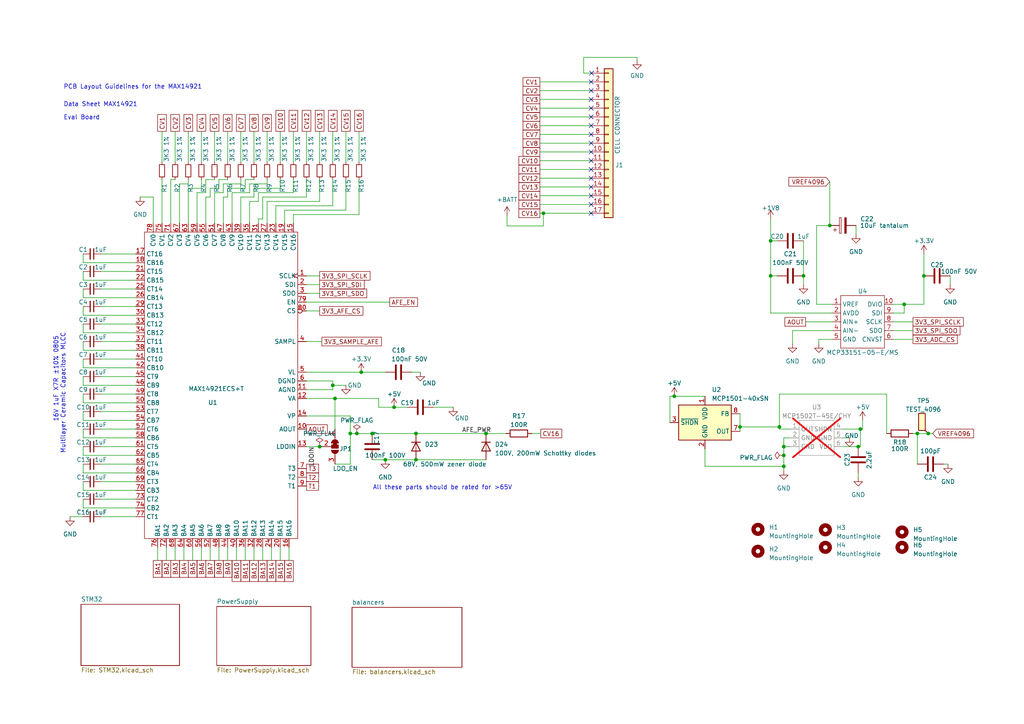
<source format=kicad_sch>
(kicad_sch (version 20230121) (generator eeschema)
  (paper "A4")
  (lib_symbols
    (symbol "Connector:TestPoint_Flag" (pin_numbers hide) (pin_names (offset 0.762) hide)
      (property "Reference" "TP" (at 3.429 1.778 0))
      (property "Value" "TestPoint_Flag" (at 3.302 4.191 0))
      (symbol "TestPoint_Flag_1_1"
        (pin passive line (at 0 0 90) (length 0) (name "1") (number "1"))
      )
    )
    (symbol "Connector_Generic:Conn_01x17" (pin_names (offset 1.016) hide)
      (property "Reference" "J" (at 0 22.86 0))
      (property "Value" "Conn_01x17" (at 0 -22.86 0))
      (symbol "Conn_01x17_1_1"
        (pin passive line (at -5.08 20.32 0) (length 3.81) (name "Pin_1") (number "1"))
        (pin passive line (at -5.08 -2.54 0) (length 3.81) (name "Pin_10") (number "10"))
        (pin passive line (at -5.08 -5.08 0) (length 3.81) (name "Pin_11") (number "11"))
        (pin passive line (at -5.08 -7.62 0) (length 3.81) (name "Pin_12") (number "12"))
        (pin passive line (at -5.08 -10.16 0) (length 3.81) (name "Pin_13") (number "13"))
        (pin passive line (at -5.08 -12.7 0) (length 3.81) (name "Pin_14") (number "14"))
        (pin passive line (at -5.08 -15.24 0) (length 3.81) (name "Pin_15") (number "15"))
        (pin passive line (at -5.08 -17.78 0) (length 3.81) (name "Pin_16") (number "16"))
        (pin passive line (at -5.08 -20.32 0) (length 3.81) (name "Pin_17") (number "17"))
        (pin passive line (at -5.08 17.78 0) (length 3.81) (name "Pin_2") (number "2"))
        (pin passive line (at -5.08 15.24 0) (length 3.81) (name "Pin_3") (number "3"))
        (pin passive line (at -5.08 12.7 0) (length 3.81) (name "Pin_4") (number "4"))
        (pin passive line (at -5.08 10.16 0) (length 3.81) (name "Pin_5") (number "5"))
        (pin passive line (at -5.08 7.62 0) (length 3.81) (name "Pin_6") (number "6"))
        (pin passive line (at -5.08 5.08 0) (length 3.81) (name "Pin_7") (number "7"))
        (pin passive line (at -5.08 2.54 0) (length 3.81) (name "Pin_8") (number "8"))
        (pin passive line (at -5.08 0 0) (length 3.81) (name "Pin_9") (number "9"))
      )
    )
    (symbol "Device:C" (pin_numbers hide) (pin_names (offset 0.254))
      (property "Reference" "C" (at 0.635 2.54 0))
      (property "Value" "C" (at 0.635 -2.54 0))
      (symbol "C_1_1"
        (pin passive line (at 0 3.81 270) (length 2.794) (name "~") (number "1"))
        (pin passive line (at 0 -3.81 90) (length 2.794) (name "~") (number "2"))
      )
    )
    (symbol "Device:C_Polarized" (pin_numbers hide) (pin_names (offset 0.254))
      (property "Reference" "C" (at 0.635 2.54 0))
      (property "Value" "C_Polarized" (at 0.635 -2.54 0))
      (symbol "C_Polarized_1_1"
        (pin passive line (at 0 3.81 270) (length 2.794) (name "~") (number "1"))
        (pin passive line (at 0 -3.81 90) (length 2.794) (name "~") (number "2"))
      )
    )
    (symbol "Device:C_Small" (pin_numbers hide) (pin_names (offset 0.254) hide)
      (property "Reference" "C" (at 0.254 1.778 0))
      (property "Value" "C_Small" (at 0.254 -2.032 0))
      (symbol "C_Small_1_1"
        (pin passive line (at 0 2.54 270) (length 2.032) (name "~") (number "1"))
        (pin passive line (at 0 -2.54 90) (length 2.032) (name "~") (number "2"))
      )
    )
    (symbol "Device:D" (pin_numbers hide) (pin_names (offset 1.016) hide)
      (property "Reference" "D" (at 0 2.54 0))
      (property "Value" "D" (at 0 -2.54 0))
      (symbol "D_1_1"
        (pin passive line (at -3.81 0 0) (length 2.54) (name "K") (number "1"))
        (pin passive line (at 3.81 0 180) (length 2.54) (name "A") (number "2"))
      )
    )
    (symbol "Device:R" (pin_numbers hide) (pin_names (offset 0))
      (property "Reference" "R" (at 2.032 0 90))
      (property "Value" "R" (at 0 0 90))
      (symbol "R_1_1"
        (pin passive line (at 0 3.81 270) (length 1.27) (name "~") (number "1"))
        (pin passive line (at 0 -3.81 90) (length 1.27) (name "~") (number "2"))
      )
    )
    (symbol "Device:R_Small" (pin_numbers hide) (pin_names (offset 0.254) hide)
      (property "Reference" "R" (at 0.762 0.508 0))
      (property "Value" "R_Small" (at 0.762 -1.016 0))
      (symbol "R_Small_1_1"
        (pin passive line (at 0 2.54 270) (length 0.762) (name "~") (number "1"))
        (pin passive line (at 0 -2.54 90) (length 0.762) (name "~") (number "2"))
      )
    )
    (symbol "Jumper:SolderJumper_3_Bridged12" (pin_names (offset 0) hide)
      (property "Reference" "JP" (at -2.54 -2.54 0))
      (property "Value" "SolderJumper_3_Bridged12" (at 0 2.794 0))
      (symbol "SolderJumper_3_Bridged12_1_1"
        (pin passive line (at -5.08 0 0) (length 2.54) (name "A") (number "1"))
        (pin passive line (at 0 -3.81 90) (length 2.54) (name "C") (number "2"))
        (pin passive line (at 5.08 0 180) (length 2.54) (name "B") (number "3"))
      )
    )
    (symbol "Mechanical:MountingHole" (pin_names (offset 1.016))
      (property "Reference" "H" (at 0 5.08 0))
      (property "Value" "MountingHole" (at 0 3.175 0))
    )
    (symbol "Reference_Voltage:MCP1501-40xSN"
      (property "Reference" "U" (at -5.08 6.35 0))
      (property "Value" "MCP1501-40xSN" (at 11.43 6.35 0))
      (symbol "MCP1501-40xSN_0_0"
        (pin power_in line (at 0 7.62 270) (length 2.54) (name "VDD") (number "1"))
        (pin power_in line (at 0 -7.62 90) (length 2.54) (name "GND") (number "2"))
        (pin input line (at -10.16 0 0) (length 2.54) (name "~{SHDN}") (number "3"))
        (pin passive line (at 0 -7.62 90) (length 2.54) hide (name "GND") (number "4"))
        (pin passive line (at 0 -7.62 90) (length 2.54) hide (name "GND") (number "5"))
        (pin passive line (at 0 -7.62 90) (length 2.54) hide (name "GND") (number "6"))
        (pin power_out line (at 10.16 -2.54 180) (length 2.54) (name "OUT") (number "7"))
        (pin input line (at 10.16 2.54 180) (length 2.54) (name "FB") (number "8"))
      )
    )
    (symbol "maxim_integrated:MAX14921"
      (property "Reference" "U" (at -2.54 6.35 0))
      (property "Value" "MAX14921" (at 1.27 10.16 0))
      (symbol "MAX14921_0_0"
        (pin input clock (at 26.67 31.75 180) (length 2.54) (name "SCLK") (number "1"))
        (pin passive line (at 26.67 -12.7 180) (length 2.54) (name "AOUT") (number "10"))
        (pin power_in line (at 26.67 -1.27 180) (length 2.54) (name "AGND") (number "11"))
        (pin power_in line (at 26.67 -3.81 180) (length 2.54) (name "VA") (number "12"))
        (pin power_in line (at 26.67 -17.78 180) (length 2.54) (name "LDOIN") (number "13"))
        (pin power_in line (at 26.67 -8.89 180) (length 2.54) (name "VP") (number "14"))
        (pin passive line (at 22.86 46.99 270) (length 2.54) (name "CV16") (number "15"))
        (pin passive line (at 21.59 -46.99 90) (length 2.54) (name "BA16") (number "16"))
        (pin passive line (at -22.86 38.1 0) (length 2.54) (name "CT16") (number "17"))
        (pin passive line (at -22.86 35.56 0) (length 2.54) (name "CB16") (number "18"))
        (pin passive line (at 20.32 46.99 270) (length 2.54) (name "CV15") (number "19"))
        (pin input line (at 26.67 29.21 180) (length 2.54) (name "SDI") (number "2"))
        (pin passive line (at 19.05 -46.99 90) (length 2.54) (name "BA15") (number "20"))
        (pin passive line (at -22.86 33.02 0) (length 2.54) (name "CT15") (number "21"))
        (pin passive line (at -22.86 30.48 0) (length 2.54) (name "CB15") (number "22"))
        (pin passive line (at 17.78 46.99 270) (length 2.54) (name "CV14") (number "23"))
        (pin passive line (at 16.51 -46.99 90) (length 2.54) (name "BA14") (number "24"))
        (pin passive line (at -22.86 27.94 0) (length 2.54) (name "CT14") (number "25"))
        (pin passive line (at -22.86 25.4 0) (length 2.54) (name "CB14") (number "26"))
        (pin passive line (at 15.24 46.99 270) (length 2.54) (name "CV13") (number "27"))
        (pin passive line (at 13.97 -46.99 90) (length 2.54) (name "BA13") (number "28"))
        (pin passive line (at -22.86 22.86 0) (length 2.54) (name "CT13") (number "29"))
        (pin output line (at 26.67 26.67 180) (length 2.54) (name "SDO") (number "3"))
        (pin passive line (at -22.86 20.32 0) (length 2.54) (name "CB13") (number "30"))
        (pin passive line (at 12.7 46.99 270) (length 2.54) (name "CV12") (number "31"))
        (pin passive line (at 11.43 -46.99 90) (length 2.54) (name "BA12") (number "32"))
        (pin passive line (at -22.86 17.78 0) (length 2.54) (name "CT12") (number "33"))
        (pin passive line (at -22.86 15.24 0) (length 2.54) (name "CB12") (number "34"))
        (pin passive line (at 10.16 46.99 270) (length 2.54) (name "CV11") (number "35"))
        (pin passive line (at 8.89 -46.99 90) (length 2.54) (name "BA11") (number "36"))
        (pin passive line (at -22.86 12.7 0) (length 2.54) (name "CT11") (number "37"))
        (pin passive line (at -22.86 10.16 0) (length 2.54) (name "CB11") (number "38"))
        (pin passive line (at 7.62 46.99 270) (length 2.54) (name "CV10") (number "39"))
        (pin input line (at 26.67 12.7 180) (length 2.54) (name "SAMPL") (number "4"))
        (pin passive line (at 6.35 -46.99 90) (length 2.54) (name "BA10") (number "40"))
        (pin passive line (at -22.86 7.62 0) (length 2.54) (name "CT10") (number "41"))
        (pin passive line (at -22.86 5.08 0) (length 2.54) (name "CB10") (number "42"))
        (pin passive line (at 5.08 46.99 270) (length 2.54) (name "CV9") (number "43"))
        (pin passive line (at 3.81 -46.99 90) (length 2.54) (name "BA9") (number "44"))
        (pin passive line (at -22.86 2.54 0) (length 2.54) (name "CT9") (number "45"))
        (pin passive line (at -22.86 0 0) (length 2.54) (name "CB9") (number "46"))
        (pin passive line (at 2.54 46.99 270) (length 2.54) (name "CV8") (number "47"))
        (pin passive line (at 1.27 -46.99 90) (length 2.54) (name "BA8") (number "48"))
        (pin passive line (at -22.86 -2.54 0) (length 2.54) (name "CT8") (number "49"))
        (pin power_in line (at 26.67 3.81 180) (length 2.54) (name "VL") (number "5"))
        (pin passive line (at -22.86 -5.08 0) (length 2.54) (name "CB8") (number "50"))
        (pin passive line (at 0 46.99 270) (length 2.54) (name "CV7") (number "51"))
        (pin passive line (at -1.27 -46.99 90) (length 2.54) (name "BA7") (number "52"))
        (pin passive line (at -22.86 -7.62 0) (length 2.54) (name "CT7") (number "53"))
        (pin passive line (at -22.86 -10.16 0) (length 2.54) (name "CB7") (number "54"))
        (pin passive line (at -2.54 46.99 270) (length 2.54) (name "CV6") (number "55"))
        (pin passive line (at -3.81 -46.99 90) (length 2.54) (name "BA6") (number "56"))
        (pin passive line (at -22.86 -12.7 0) (length 2.54) (name "CT6") (number "57"))
        (pin passive line (at -22.86 -15.24 0) (length 2.54) (name "CB6") (number "58"))
        (pin passive line (at -5.08 46.99 270) (length 2.54) (name "CV5") (number "59"))
        (pin power_in line (at 26.67 1.27 180) (length 2.54) (name "DGND") (number "6"))
        (pin passive line (at -6.35 -46.99 90) (length 2.54) (name "BA5") (number "60"))
        (pin passive line (at -22.86 -17.78 0) (length 2.54) (name "CT5") (number "61"))
        (pin passive line (at -22.86 -20.32 0) (length 2.54) (name "CB5") (number "62"))
        (pin passive line (at -7.62 46.99 270) (length 2.54) (name "CV4") (number "63"))
        (pin passive line (at -8.89 -46.99 90) (length 2.54) (name "BA4") (number "64"))
        (pin passive line (at -22.86 -22.86 0) (length 2.54) (name "CT4") (number "65"))
        (pin passive line (at -22.86 -25.4 0) (length 2.54) (name "CB4") (number "66"))
        (pin passive line (at -10.16 46.99 270) (length 2.54) (name "CV3") (number "67"))
        (pin passive line (at -11.43 -46.99 90) (length 2.54) (name "BA3") (number "68"))
        (pin passive line (at -22.86 -27.94 0) (length 2.54) (name "CT3") (number "69"))
        (pin passive line (at 26.67 -24.13 180) (length 2.54) (name "T3") (number "7"))
        (pin passive line (at -22.86 -30.48 0) (length 2.54) (name "CB3") (number "70"))
        (pin passive line (at -12.7 46.99 270) (length 2.54) (name "CV2") (number "71"))
        (pin passive line (at -13.97 -46.99 90) (length 2.54) (name "BA2") (number "72"))
        (pin passive line (at -22.86 -33.02 0) (length 2.54) (name "CT2") (number "73"))
        (pin passive line (at -22.86 -35.56 0) (length 2.54) (name "CB2") (number "74"))
        (pin passive line (at -15.24 46.99 270) (length 2.54) (name "CV1") (number "75"))
        (pin passive line (at -16.51 -46.99 90) (length 2.54) (name "BA1") (number "76"))
        (pin passive line (at -22.86 -38.1 0) (length 2.54) (name "CT1") (number "77"))
        (pin passive line (at -17.78 46.99 270) (length 2.54) (name "CV0") (number "78"))
        (pin input line (at 26.67 24.13 180) (length 2.54) (name "EN") (number "79"))
        (pin passive line (at 26.67 -26.67 180) (length 2.54) (name "T2") (number "8"))
        (pin input inverted (at 26.67 21.59 180) (length 2.54) (name "CS") (number "80"))
        (pin passive line (at 26.67 -29.21 180) (length 2.54) (name "T1") (number "9"))
      )
    )
    (symbol "mcp1502t-45e:MCP1502T-45E"
      (property "Reference" "U" (at 0 6.35 0))
      (property "Value" "MCP1502T-45E/CHY" (at -1.27 2.54 0))
      (symbol "MCP1502T-45E_0_0"
        (pin power_out line (at -7.62 2.54 0) (length 2.54) (name "OUT") (number "1"))
        (pin power_in line (at -7.62 0 0) (length 2.54) (name "GND") (number "2"))
        (pin power_in line (at -7.62 -2.54 0) (length 2.54) (name "GND") (number "3"))
        (pin input line (at 7.62 2.54 180) (length 2.54) (name "SHDN") (number "4"))
        (pin power_in line (at 7.62 0 180) (length 2.54) (name "GND") (number "5"))
        (pin power_in line (at 7.62 -2.54 180) (length 2.54) (name "VDD") (number "6"))
      )
    )
    (symbol "mcp33151:MCP33151-05-E/MS"
      (property "Reference" "U" (at 0 8.89 0))
      (property "Value" " MCP33151-05T-E/MS" (at 0 -8.89 0))
      (symbol "MCP33151-05-E/MS_0_0"
        (pin passive line (at -8.89 5.08 0) (length 2.54) (name "VREF") (number "1"))
        (pin power_in line (at 8.89 5.08 180) (length 2.54) (name "DVIO") (number "10"))
        (pin power_in line (at -8.89 2.54 0) (length 2.54) (name "AVDD") (number "2"))
        (pin passive line (at -8.89 0 0) (length 2.54) (name "AIN+") (number "3"))
        (pin passive line (at -8.89 -2.54 0) (length 2.54) (name "AIN-") (number "4"))
        (pin passive line (at -8.89 -5.08 0) (length 2.54) (name "GND") (number "5"))
        (pin passive line (at 8.89 -5.08 180) (length 2.54) (name "CNVST") (number "6"))
        (pin passive line (at 8.89 -2.54 180) (length 2.54) (name "SDO") (number "7"))
        (pin passive line (at 8.89 0 180) (length 2.54) (name "SCLK") (number "8"))
        (pin passive line (at 8.89 2.54 180) (length 2.54) (name "SDI") (number "9"))
      )
    )
    (symbol "power:+1V8" (power) (pin_names (offset 0))
      (property "Value" "+1V8" (at 0 3.556 0))
      (symbol "+1V8_1_1"
        (pin power_in line (at 0 0 90) (length 0) hide (name "+1V8") (number "1"))
      )
    )
    (symbol "power:+3.3V" (power) (pin_names (offset 0))
      (property "Value" "+3.3V" (at 0 3.556 0))
      (symbol "+3.3V_1_1"
        (pin power_in line (at 0 0 90) (length 0) hide (name "+3.3V") (number "1"))
      )
    )
    (symbol "power:+5V" (power) (pin_names (offset 0))
      (property "Value" "+5V" (at 0 3.556 0))
      (symbol "+5V_1_1"
        (pin power_in line (at 0 0 90) (length 0) hide (name "+5V") (number "1"))
      )
    )
    (symbol "power:+BATT" (power) (pin_names (offset 0))
      (property "Value" "+BATT" (at 0 3.556 0))
      (symbol "+BATT_1_1"
        (pin power_in line (at 0 0 90) (length 0) hide (name "+BATT") (number "1"))
      )
    )
    (symbol "power:GND" (power) (pin_names (offset 0))
      (property "Value" "GND" (at 0 -3.81 0))
      (symbol "GND_1_1"
        (pin power_in line (at 0 0 270) (length 0) hide (name "GND") (number "1"))
      )
    )
    (symbol "power:PWR_FLAG" (power) (pin_numbers hide) (pin_names (offset 0) hide)
      (property "Value" "PWR_FLAG" (at 0 3.81 0))
      (symbol "PWR_FLAG_0_0"
        (pin power_out line (at 0 0 90) (length 0) (name "pwr") (number "1"))
      )
    )
  )
  (junction (at 104.775 107.95))
  (junction (at 227.33 129.54))
  (junction (at 157.607 61.849))
  (junction (at 223.52 69.85))
  (junction (at 120.65 133.35))
  (junction (at 249.555 124.46))
  (junction (at 240.665 65.405))
  (junction (at 195.58 114.935))
  (junction (at 92.71 129.54))
  (junction (at 97.155 115.57))
  (junction (at 266.065 125.73))
  (junction (at 103.505 125.73))
  (junction (at 248.92 129.54))
  (junction (at 140.97 125.73))
  (junction (at 267.97 80.01))
  (junction (at 107.95 125.73))
  (junction (at 214.63 123.825))
  (junction (at 111.76 133.35))
  (junction (at 233.045 80.01))
  (junction (at 227.33 132.08))
  (junction (at 101.6 125.73))
  (junction (at 262.255 88.265))
  (junction (at 114.3 118.11))
  (junction (at 227.33 135.255))
  (junction (at 223.52 80.01))
  (junction (at 120.65 125.73))
  (junction (at 226.06 123.825))
  (junction (at 269.24 125.73))
  (junction (at 96.52 111.76))
  (no_connect (at 171.45 31.369))
  (no_connect (at 171.45 33.909))
  (no_connect (at 171.45 51.689))
  (no_connect (at 171.45 41.529))
  (no_connect (at 171.45 54.229))
  (no_connect (at 171.45 36.449))
  (no_connect (at 171.45 56.769))
  (no_connect (at 171.45 59.309))
  (no_connect (at 171.45 28.829))
  (no_connect (at 171.577 21.209))
  (no_connect (at 171.45 61.849))
  (no_connect (at 171.45 26.289))
  (no_connect (at 171.45 23.749))
  (no_connect (at 171.45 49.149))
  (no_connect (at 171.45 46.609))
  (no_connect (at 171.45 38.989))
  (no_connect (at 171.45 44.069))
  (wire (pts (xy 223.52 90.805) (xy 241.3 90.805)))
  (wire (pts (xy 88.9 107.95) (xy 104.775 107.95)))
  (wire (pts (xy 76.2 158.75) (xy 76.2 162.56)))
  (wire (pts (xy 48.26 158.75) (xy 48.26 162.56)))
  (wire (pts (xy 24.13 144.78) (xy 24.13 147.32)))
  (wire (pts (xy 248.92 137.16) (xy 248.92 138.43)))
  (wire (pts (xy 267.97 73.66) (xy 267.97 80.01)))
  (wire (pts (xy 29.21 73.66) (xy 39.37 73.66)))
  (wire (pts (xy 156.591 31.369) (xy 171.45 31.369)))
  (wire (pts (xy 29.21 93.98) (xy 39.37 93.98)))
  (wire (pts (xy 64.77 57.15) (xy 66.04 57.15)))
  (wire (pts (xy 227.33 129.54) (xy 227.33 127)))
  (wire (pts (xy 66.04 54.61) (xy 71.12 54.61)))
  (wire (pts (xy 204.47 135.255) (xy 204.47 130.175)))
  (wire (pts (xy 74.93 64.77) (xy 74.93 63.5)))
  (wire (pts (xy 241.3 98.425) (xy 237.49 98.425)))
  (wire (pts (xy 24.13 114.3) (xy 24.13 116.84)))
  (wire (pts (xy 226.06 123.825) (xy 226.06 124.46)))
  (wire (pts (xy 259.08 93.345) (xy 264.795 93.345)))
  (wire (pts (xy 227.33 136.525) (xy 227.33 135.255)))
  (wire (pts (xy 214.63 123.825) (xy 226.06 123.825)))
  (wire (pts (xy 77.47 58.42) (xy 77.47 64.77)))
  (wire (pts (xy 237.49 98.425) (xy 237.49 99.695)))
  (wire (pts (xy 24.13 106.68) (xy 39.37 106.68)))
  (wire (pts (xy 29.21 139.7) (xy 39.37 139.7)))
  (wire (pts (xy 262.255 88.265) (xy 267.97 88.265)))
  (wire (pts (xy 157.607 61.849) (xy 171.45 61.849)))
  (wire (pts (xy 100.33 52.07) (xy 100.33 60.96)))
  (wire (pts (xy 154.305 125.73) (xy 156.845 125.73)))
  (wire (pts (xy 88.9 82.55) (xy 92.71 82.55)))
  (wire (pts (xy 24.13 99.06) (xy 24.13 101.6)))
  (wire (pts (xy 24.13 76.2) (xy 24.13 73.66)))
  (wire (pts (xy 83.82 158.75) (xy 83.82 162.56)))
  (wire (pts (xy 64.77 55.88) (xy 64.77 53.34)))
  (wire (pts (xy 49.53 52.07) (xy 50.8 52.07)))
  (wire (pts (xy 73.66 54.61) (xy 81.28 54.61)))
  (wire (pts (xy 74.93 63.5) (xy 76.2 63.5)))
  (wire (pts (xy 140.97 125.73) (xy 146.685 125.73)))
  (wire (pts (xy 76.2 57.15) (xy 76.2 63.5)))
  (wire (pts (xy 214.63 120.015) (xy 214.63 123.825)))
  (wire (pts (xy 66.04 158.75) (xy 66.04 162.56)))
  (wire (pts (xy 80.01 59.69) (xy 96.52 59.69)))
  (wire (pts (xy 24.13 96.52) (xy 24.13 93.98)))
  (wire (pts (xy 226.06 114.3) (xy 226.06 123.825)))
  (wire (pts (xy 29.21 78.74) (xy 39.37 78.74)))
  (wire (pts (xy 60.96 57.15) (xy 59.69 57.15)))
  (wire (pts (xy 20.32 149.86) (xy 24.13 149.86)))
  (wire (pts (xy 54.61 38.1) (xy 54.61 46.99)))
  (wire (pts (xy 88.9 80.01) (xy 92.71 80.01)))
  (wire (pts (xy 157.607 65.532) (xy 157.607 61.849)))
  (wire (pts (xy 64.77 57.15) (xy 64.77 64.77)))
  (wire (pts (xy 85.09 64.77) (xy 85.09 62.23)))
  (wire (pts (xy 195.58 114.935) (xy 204.47 114.935)))
  (wire (pts (xy 226.06 124.46) (xy 229.235 124.46)))
  (wire (pts (xy 114.3 118.11) (xy 118.11 118.11)))
  (wire (pts (xy 24.13 124.46) (xy 24.13 127)))
  (wire (pts (xy 227.33 132.08) (xy 227.33 129.54)))
  (wire (pts (xy 236.855 88.265) (xy 236.855 65.405)))
  (wire (pts (xy 24.13 119.38) (xy 24.13 121.92)))
  (wire (pts (xy 64.77 53.34) (xy 69.85 53.34)))
  (wire (pts (xy 275.59 80.01) (xy 275.59 82.55)))
  (wire (pts (xy 57.15 55.88) (xy 57.15 64.77)))
  (wire (pts (xy 88.9 129.54) (xy 92.71 129.54)))
  (wire (pts (xy 29.21 88.9) (xy 39.37 88.9)))
  (wire (pts (xy 74.93 55.88) (xy 85.09 55.88)))
  (wire (pts (xy 120.65 133.35) (xy 140.97 133.35)))
  (wire (pts (xy 73.66 57.15) (xy 73.66 54.61)))
  (wire (pts (xy 62.23 55.88) (xy 64.77 55.88)))
  (wire (pts (xy 88.9 110.49) (xy 96.52 110.49)))
  (wire (pts (xy 72.39 58.42) (xy 72.39 64.77)))
  (wire (pts (xy 107.95 133.35) (xy 111.76 133.35)))
  (wire (pts (xy 227.33 129.54) (xy 229.235 129.54)))
  (wire (pts (xy 45.72 158.75) (xy 45.72 162.56)))
  (wire (pts (xy 244.475 129.54) (xy 248.92 129.54)))
  (wire (pts (xy 24.13 101.6) (xy 39.37 101.6)))
  (wire (pts (xy 50.8 38.1) (xy 50.8 46.99)))
  (wire (pts (xy 29.21 109.22) (xy 39.37 109.22)))
  (wire (pts (xy 249.555 129.54) (xy 249.555 124.46)))
  (wire (pts (xy 100.33 60.96) (xy 82.55 60.96)))
  (wire (pts (xy 156.591 49.149) (xy 171.45 49.149)))
  (wire (pts (xy 63.5 158.75) (xy 63.5 162.56)))
  (wire (pts (xy 78.74 158.75) (xy 78.74 162.56)))
  (wire (pts (xy 62.23 55.88) (xy 62.23 64.77)))
  (wire (pts (xy 248.285 65.405) (xy 248.285 67.945)))
  (wire (pts (xy 63.5 54.61) (xy 60.96 54.61)))
  (wire (pts (xy 88.9 115.57) (xy 97.155 115.57)))
  (wire (pts (xy 24.13 134.62) (xy 24.13 137.16)))
  (wire (pts (xy 223.52 69.85) (xy 223.52 80.01)))
  (wire (pts (xy 46.99 38.1) (xy 46.99 46.99)))
  (wire (pts (xy 248.92 129.54) (xy 249.555 129.54)))
  (wire (pts (xy 156.591 23.749) (xy 171.45 23.749)))
  (wire (pts (xy 233.045 80.01) (xy 233.045 82.55)))
  (wire (pts (xy 71.12 54.61) (xy 71.12 52.07)))
  (wire (pts (xy 24.13 137.16) (xy 39.37 137.16)))
  (wire (pts (xy 50.8 158.75) (xy 50.8 162.56)))
  (wire (pts (xy 119.38 107.95) (xy 121.92 107.95)))
  (wire (pts (xy 71.12 158.75) (xy 71.12 162.56)))
  (wire (pts (xy 80.01 64.77) (xy 80.01 59.69)))
  (wire (pts (xy 77.47 58.42) (xy 92.71 58.42)))
  (wire (pts (xy 156.591 59.309) (xy 171.45 59.309)))
  (wire (pts (xy 73.66 158.75) (xy 73.66 162.56)))
  (wire (pts (xy 157.607 61.849) (xy 156.591 61.849)))
  (wire (pts (xy 24.13 121.92) (xy 39.37 121.92)))
  (wire (pts (xy 29.21 134.62) (xy 39.37 134.62)))
  (wire (pts (xy 55.88 158.75) (xy 55.88 162.56)))
  (wire (pts (xy 262.255 88.265) (xy 262.255 90.805)))
  (wire (pts (xy 259.08 88.265) (xy 262.255 88.265)))
  (wire (pts (xy 259.08 95.885) (xy 264.795 95.885)))
  (wire (pts (xy 24.13 109.22) (xy 24.13 111.76)))
  (wire (pts (xy 54.61 54.61) (xy 58.42 54.61)))
  (wire (pts (xy 264.795 125.73) (xy 266.065 125.73)))
  (wire (pts (xy 194.31 114.935) (xy 195.58 114.935)))
  (wire (pts (xy 229.87 95.885) (xy 229.87 99.695)))
  (wire (pts (xy 59.69 52.07) (xy 62.23 52.07)))
  (wire (pts (xy 85.09 62.23) (xy 104.14 62.23)))
  (wire (pts (xy 29.21 124.46) (xy 39.37 124.46)))
  (wire (pts (xy 96.52 111.76) (xy 100.33 111.76)))
  (wire (pts (xy 46.99 52.07) (xy 46.99 64.77)))
  (wire (pts (xy 29.21 129.54) (xy 39.37 129.54)))
  (wire (pts (xy 29.21 83.82) (xy 39.37 83.82)))
  (wire (pts (xy 24.13 81.28) (xy 39.37 81.28)))
  (wire (pts (xy 88.9 38.1) (xy 88.9 46.99)))
  (wire (pts (xy 250.19 124.46) (xy 250.19 121.92)))
  (wire (pts (xy 24.13 129.54) (xy 24.13 132.08)))
  (wire (pts (xy 81.28 158.75) (xy 81.28 162.56)))
  (wire (pts (xy 77.47 38.1) (xy 77.47 46.99)))
  (wire (pts (xy 107.95 125.73) (xy 120.65 125.73)))
  (wire (pts (xy 77.47 53.34) (xy 77.47 52.07)))
  (wire (pts (xy 24.13 78.74) (xy 24.13 81.28)))
  (wire (pts (xy 69.85 57.15) (xy 69.85 64.77)))
  (wire (pts (xy 88.9 85.09) (xy 92.71 85.09)))
  (wire (pts (xy 233.68 93.345) (xy 241.3 93.345)))
  (wire (pts (xy 184.785 16.637) (xy 184.785 17.526)))
  (wire (pts (xy 147.066 62.484) (xy 147.066 65.532)))
  (wire (pts (xy 227.33 135.255) (xy 204.47 135.255)))
  (wire (pts (xy 62.23 38.1) (xy 62.23 46.99)))
  (wire (pts (xy 156.591 44.069) (xy 171.45 44.069)))
  (wire (pts (xy 60.96 158.75) (xy 60.96 162.56)))
  (wire (pts (xy 52.07 53.34) (xy 52.07 64.77)))
  (wire (pts (xy 24.13 142.24) (xy 39.37 142.24)))
  (wire (pts (xy 29.21 99.06) (xy 39.37 99.06)))
  (wire (pts (xy 54.61 53.34) (xy 54.61 52.07)))
  (wire (pts (xy 81.28 54.61) (xy 81.28 52.07)))
  (wire (pts (xy 88.9 57.15) (xy 88.9 52.07)))
  (wire (pts (xy 40.64 57.15) (xy 44.45 57.15)))
  (wire (pts (xy 101.6 125.73) (xy 101.6 120.65)))
  (wire (pts (xy 60.96 54.61) (xy 60.96 57.15)))
  (wire (pts (xy 96.52 52.07) (xy 96.52 59.69)))
  (wire (pts (xy 88.9 113.03) (xy 96.52 113.03)))
  (wire (pts (xy 72.39 55.88) (xy 72.39 53.34)))
  (wire (pts (xy 227.33 127) (xy 229.235 127)))
  (wire (pts (xy 214.63 123.825) (xy 214.63 125.095)))
  (wire (pts (xy 81.28 38.1) (xy 81.28 46.99)))
  (wire (pts (xy 68.58 158.75) (xy 68.58 162.56)))
  (wire (pts (xy 101.6 120.65) (xy 88.9 120.65)))
  (wire (pts (xy 39.37 76.2) (xy 24.13 76.2)))
  (wire (pts (xy 24.13 147.32) (xy 39.37 147.32)))
  (wire (pts (xy 67.31 55.88) (xy 72.39 55.88)))
  (wire (pts (xy 59.69 55.88) (xy 59.69 52.07)))
  (wire (pts (xy 156.591 26.289) (xy 171.45 26.289)))
  (wire (pts (xy 104.14 38.1) (xy 104.14 46.99)))
  (wire (pts (xy 24.13 111.76) (xy 39.37 111.76)))
  (wire (pts (xy 76.2 57.15) (xy 88.9 57.15)))
  (wire (pts (xy 58.42 38.1) (xy 58.42 46.99)))
  (wire (pts (xy 156.591 33.909) (xy 171.45 33.909)))
  (wire (pts (xy 103.505 125.73) (xy 107.95 125.73)))
  (wire (pts (xy 92.71 38.1) (xy 92.71 46.99)))
  (wire (pts (xy 29.21 119.38) (xy 39.37 119.38)))
  (wire (pts (xy 156.591 36.449) (xy 171.45 36.449)))
  (wire (pts (xy 69.85 38.1) (xy 69.85 46.99)))
  (wire (pts (xy 156.591 41.529) (xy 171.45 41.529)))
  (wire (pts (xy 104.775 107.95) (xy 111.76 107.95)))
  (wire (pts (xy 241.3 88.265) (xy 236.855 88.265)))
  (wire (pts (xy 24.13 83.82) (xy 24.13 86.36)))
  (wire (pts (xy 269.24 125.73) (xy 270.51 125.73)))
  (wire (pts (xy 156.591 38.989) (xy 171.45 38.989)))
  (wire (pts (xy 66.04 52.07) (xy 63.5 52.07)))
  (wire (pts (xy 223.52 63.5) (xy 223.52 69.85)))
  (wire (pts (xy 273.685 134.62) (xy 274.955 134.62)))
  (wire (pts (xy 101.6 125.73) (xy 103.505 125.73)))
  (wire (pts (xy 24.13 104.14) (xy 24.13 106.68)))
  (wire (pts (xy 169.291 16.637) (xy 184.785 16.637)))
  (wire (pts (xy 96.52 113.03) (xy 96.52 111.76)))
  (wire (pts (xy 236.855 65.405) (xy 240.665 65.405)))
  (wire (pts (xy 266.065 125.73) (xy 266.065 134.62)))
  (wire (pts (xy 24.13 91.44) (xy 39.37 91.44)))
  (wire (pts (xy 233.045 69.85) (xy 233.045 80.01)))
  (wire (pts (xy 125.73 118.11) (xy 131.445 118.11)))
  (wire (pts (xy 120.65 125.73) (xy 140.97 125.73)))
  (wire (pts (xy 92.71 129.54) (xy 93.345 129.54)))
  (wire (pts (xy 223.52 80.01) (xy 225.425 80.01)))
  (wire (pts (xy 267.97 80.01) (xy 267.97 88.265)))
  (wire (pts (xy 88.9 90.17) (xy 92.71 90.17)))
  (wire (pts (xy 71.12 52.07) (xy 73.66 52.07)))
  (wire (pts (xy 69.85 53.34) (xy 69.85 52.07)))
  (wire (pts (xy 73.66 38.1) (xy 73.66 46.99)))
  (wire (pts (xy 58.42 54.61) (xy 58.42 52.07)))
  (wire (pts (xy 259.08 98.425) (xy 264.795 98.425)))
  (wire (pts (xy 101.6 134.62) (xy 101.6 125.73)))
  (wire (pts (xy 72.39 58.42) (xy 74.93 58.42)))
  (wire (pts (xy 66.04 57.15) (xy 66.04 54.61)))
  (wire (pts (xy 29.21 144.78) (xy 39.37 144.78)))
  (wire (pts (xy 109.855 118.11) (xy 114.3 118.11)))
  (wire (pts (xy 59.69 57.15) (xy 59.69 64.77)))
  (wire (pts (xy 57.15 55.88) (xy 59.69 55.88)))
  (wire (pts (xy 82.55 60.96) (xy 82.55 64.77)))
  (wire (pts (xy 223.52 80.01) (xy 223.52 90.805)))
  (wire (pts (xy 156.591 28.829) (xy 171.45 28.829)))
  (wire (pts (xy 66.04 38.1) (xy 66.04 46.99)))
  (wire (pts (xy 29.21 104.14) (xy 39.37 104.14)))
  (wire (pts (xy 63.5 52.07) (xy 63.5 54.61)))
  (wire (pts (xy 259.08 90.805) (xy 262.255 90.805)))
  (wire (pts (xy 24.13 127) (xy 39.37 127)))
  (wire (pts (xy 54.61 54.61) (xy 54.61 64.77)))
  (wire (pts (xy 58.42 158.75) (xy 58.42 162.56)))
  (wire (pts (xy 227.33 135.255) (xy 227.33 132.08)))
  (wire (pts (xy 169.291 21.209) (xy 169.291 16.637)))
  (wire (pts (xy 104.14 52.07) (xy 104.14 62.23)))
  (wire (pts (xy 69.85 57.15) (xy 73.66 57.15)))
  (wire (pts (xy 257.175 114.3) (xy 226.06 114.3)))
  (wire (pts (xy 156.591 54.229) (xy 171.45 54.229)))
  (wire (pts (xy 72.39 53.34) (xy 77.47 53.34)))
  (wire (pts (xy 53.34 158.75) (xy 53.34 162.56)))
  (wire (pts (xy 147.066 65.532) (xy 157.607 65.532)))
  (wire (pts (xy 97.155 134.62) (xy 101.6 134.62)))
  (wire (pts (xy 240.665 52.705) (xy 240.665 65.405)))
  (wire (pts (xy 24.13 116.84) (xy 39.37 116.84)))
  (wire (pts (xy 49.53 52.07) (xy 49.53 64.77)))
  (wire (pts (xy 223.52 69.85) (xy 225.425 69.85)))
  (wire (pts (xy 85.09 55.88) (xy 85.09 52.07)))
  (wire (pts (xy 24.13 132.08) (xy 39.37 132.08)))
  (wire (pts (xy 109.855 115.57) (xy 109.855 118.11)))
  (wire (pts (xy 67.31 55.88) (xy 67.31 64.77)))
  (wire (pts (xy 156.591 46.609) (xy 171.45 46.609)))
  (wire (pts (xy 29.21 114.3) (xy 39.37 114.3)))
  (wire (pts (xy 244.475 124.46) (xy 249.555 124.46)))
  (wire (pts (xy 96.52 38.1) (xy 96.52 46.99)))
  (wire (pts (xy 97.155 115.57) (xy 97.155 124.46)))
  (wire (pts (xy 257.175 125.73) (xy 257.175 114.3)))
  (wire (pts (xy 156.591 56.769) (xy 171.45 56.769)))
  (wire (pts (xy 250.19 124.46) (xy 249.555 124.46)))
  (wire (pts (xy 169.291 21.209) (xy 171.45 21.209)))
  (wire (pts (xy 39.37 96.52) (xy 24.13 96.52)))
  (wire (pts (xy 97.155 115.57) (xy 109.855 115.57)))
  (wire (pts (xy 85.09 38.1) (xy 85.09 46.99)))
  (wire (pts (xy 24.13 86.36) (xy 39.37 86.36)))
  (wire (pts (xy 266.065 125.73) (xy 269.24 125.73)))
  (wire (pts (xy 241.3 95.885) (xy 229.87 95.885)))
  (wire (pts (xy 111.76 133.35) (xy 120.65 133.35)))
  (wire (pts (xy 52.07 53.34) (xy 54.61 53.34)))
  (wire (pts (xy 100.33 38.1) (xy 100.33 46.99)))
  (wire (pts (xy 88.9 99.06) (xy 93.345 99.06)))
  (wire (pts (xy 29.21 149.86) (xy 39.37 149.86)))
  (wire (pts (xy 156.591 51.689) (xy 171.45 51.689)))
  (wire (pts (xy 92.71 58.42) (xy 92.71 52.07)))
  (wire (pts (xy 96.52 111.76) (xy 96.52 110.49)))
  (wire (pts (xy 194.31 122.555) (xy 194.31 114.935)))
  (wire (pts (xy 244.475 127) (xy 246.38 127)))
  (wire (pts (xy 88.9 87.63) (xy 113.03 87.63)))
  (wire (pts (xy 24.13 88.9) (xy 24.13 91.44)))
  (wire (pts (xy 24.13 139.7) (xy 24.13 142.24)))
  (wire (pts (xy 74.93 58.42) (xy 74.93 55.88)))
  (wire (pts (xy 44.45 57.15) (xy 44.45 64.77)))
  (text "All these parts should be rated for >65V" (at 148.59 142.24 0) (effects (font (size 1.27 1.27)) (justify right bottom)))
  (text "Eval Board" (at 18.415 34.925 0) (effects (font (size 1.27 1.27)) (justify left bottom)))
  (text "16V 1uF X7R ±10% 0805 \nMultilayer Ceramic Capacitors MLCC\n" (at 19.05 96.52 90) (effects (font (size 1.27 1.27)) (justify right bottom)))
  (text "Data Sheet MAX14921" (at 18.415 31.115 0) (effects (font (size 1.27 1.27)) (justify left bottom)))
  (text "PCB Layout Guidelines for the MAX14921" (at 18.415 26.035 0) (effects (font (size 1.27 1.27)) (justify left bottom)))
  (label "AFE_PWR" (at 133.985 125.73 0))
  (label "LDOIN" (at 91.44 129.54 270))
  (global_label "3V3_SPI_SDI" (shape passive) (at 92.71 82.55 0) (property "Intersheetrefs" "${INTERSHEET_REFS}" (effects hide)))
  (global_label "CV1" (shape passive) (at 46.99 38.1 90) (property "Intersheetrefs" "${INTERSHEET_REFS}" (effects hide)))
  (global_label "BA13" (shape passive) (at 76.2 162.56 270) (property "Intersheetrefs" "${INTERSHEET_REFS}" (effects hide)))
  (global_label "BA10" (shape passive) (at 68.58 162.56 270) (property "Intersheetrefs" "${INTERSHEET_REFS}" (effects hide)))
  (global_label "CV5" (shape passive) (at 62.23 38.1 90) (property "Intersheetrefs" "${INTERSHEET_REFS}" (effects hide)))
  (global_label "CV4" (shape passive) (at 156.591 31.369 180) (property "Intersheetrefs" "${INTERSHEET_REFS}" (effects hide)))
  (global_label "3V3_SPI_SCLK" (shape passive) (at 264.795 93.345 0) (property "Intersheetrefs" "${INTERSHEET_REFS}" (effects hide)))
  (global_label "BA8" (shape passive) (at 63.5 162.56 270) (property "Intersheetrefs" "${INTERSHEET_REFS}" (effects hide)))
  (global_label "CV7" (shape passive) (at 69.85 38.1 90) (property "Intersheetrefs" "${INTERSHEET_REFS}" (effects hide)))
  (global_label "BA9" (shape passive) (at 66.04 162.56 270) (property "Intersheetrefs" "${INTERSHEET_REFS}" (effects hide)))
  (global_label "CV2" (shape passive) (at 156.591 26.289 180) (property "Intersheetrefs" "${INTERSHEET_REFS}" (effects hide)))
  (global_label "BA15" (shape passive) (at 81.28 162.56 270) (property "Intersheetrefs" "${INTERSHEET_REFS}" (effects hide)))
  (global_label "CV9" (shape passive) (at 77.47 38.1 90) (property "Intersheetrefs" "${INTERSHEET_REFS}" (effects hide)))
  (global_label "CV15" (shape passive) (at 156.591 59.309 180) (property "Intersheetrefs" "${INTERSHEET_REFS}" (effects hide)))
  (global_label "CV10" (shape passive) (at 81.28 38.1 90) (property "Intersheetrefs" "${INTERSHEET_REFS}" (effects hide)))
  (global_label "BA12" (shape passive) (at 73.66 162.56 270) (property "Intersheetrefs" "${INTERSHEET_REFS}" (effects hide)))
  (global_label "AFE_EN" (shape passive) (at 113.03 87.63 0) (property "Intersheetrefs" "${INTERSHEET_REFS}" (effects hide)))
  (global_label "T1" (shape passive) (at 88.9 140.97 0) (property "Intersheetrefs" "${INTERSHEET_REFS}" (effects hide)))
  (global_label "CV12" (shape passive) (at 156.591 51.689 180) (property "Intersheetrefs" "${INTERSHEET_REFS}" (effects hide)))
  (global_label "BA1" (shape passive) (at 45.72 162.56 270) (property "Intersheetrefs" "${INTERSHEET_REFS}" (effects hide)))
  (global_label "CV10" (shape passive) (at 156.591 46.609 180) (property "Intersheetrefs" "${INTERSHEET_REFS}" (effects hide)))
  (global_label "3V3_AFE_CS" (shape passive) (at 92.71 90.17 0) (property "Intersheetrefs" "${INTERSHEET_REFS}" (effects hide)))
  (global_label "VREF4096" (shape input) (at 270.51 125.73 0) (property "Intersheetrefs" "${INTERSHEET_REFS}" (effects hide)))
  (global_label "CV3" (shape passive) (at 156.591 28.829 180) (property "Intersheetrefs" "${INTERSHEET_REFS}" (effects hide)))
  (global_label "CV6" (shape passive) (at 156.591 36.449 180) (property "Intersheetrefs" "${INTERSHEET_REFS}" (effects hide)))
  (global_label "BA16" (shape passive) (at 83.82 162.56 270) (property "Intersheetrefs" "${INTERSHEET_REFS}" (effects hide)))
  (global_label "CV11" (shape passive) (at 156.591 49.149 180) (property "Intersheetrefs" "${INTERSHEET_REFS}" (effects hide)))
  (global_label "BA5" (shape passive) (at 55.88 162.56 270) (property "Intersheetrefs" "${INTERSHEET_REFS}" (effects hide)))
  (global_label "T3" (shape passive) (at 88.9 135.89 0) (property "Intersheetrefs" "${INTERSHEET_REFS}" (effects hide)))
  (global_label "CV13" (shape passive) (at 156.591 54.229 180) (property "Intersheetrefs" "${INTERSHEET_REFS}" (effects hide)))
  (global_label "CV16" (shape passive) (at 156.591 61.849 180) (property "Intersheetrefs" "${INTERSHEET_REFS}" (effects hide)))
  (global_label "CV4" (shape passive) (at 58.42 38.1 90) (property "Intersheetrefs" "${INTERSHEET_REFS}" (effects hide)))
  (global_label "BA4" (shape passive) (at 53.34 162.56 270) (property "Intersheetrefs" "${INTERSHEET_REFS}" (effects hide)))
  (global_label "CV16" (shape passive) (at 104.14 38.1 90) (property "Intersheetrefs" "${INTERSHEET_REFS}" (effects hide)))
  (global_label "3V3_SPI_SDO" (shape passive) (at 264.795 95.885 0) (property "Intersheetrefs" "${INTERSHEET_REFS}" (effects hide)))
  (global_label "CV8" (shape passive) (at 156.591 41.529 180) (property "Intersheetrefs" "${INTERSHEET_REFS}" (effects hide)))
  (global_label "AOUT" (shape passive) (at 88.9 124.46 0) (property "Intersheetrefs" "${INTERSHEET_REFS}" (effects hide)))
  (global_label "CV1" (shape passive) (at 156.591 23.749 180) (property "Intersheetrefs" "${INTERSHEET_REFS}" (effects hide)))
  (global_label "3V3_SAMPLE_AFE" (shape passive) (at 93.345 99.06 0) (property "Intersheetrefs" "${INTERSHEET_REFS}" (effects hide)))
  (global_label "CV15" (shape passive) (at 100.33 38.1 90) (property "Intersheetrefs" "${INTERSHEET_REFS}" (effects hide)))
  (global_label "CV12" (shape passive) (at 88.9 38.1 90) (property "Intersheetrefs" "${INTERSHEET_REFS}" (effects hide)))
  (global_label "CV2" (shape passive) (at 50.8 38.1 90) (property "Intersheetrefs" "${INTERSHEET_REFS}" (effects hide)))
  (global_label "BA14" (shape passive) (at 78.74 162.56 270) (property "Intersheetrefs" "${INTERSHEET_REFS}" (effects hide)))
  (global_label "VREF4096" (shape input) (at 240.665 52.705 180) (property "Intersheetrefs" "${INTERSHEET_REFS}" (effects hide)))
  (global_label "BA11" (shape passive) (at 71.12 162.56 270) (property "Intersheetrefs" "${INTERSHEET_REFS}" (effects hide)))
  (global_label "BA7" (shape passive) (at 60.96 162.56 270) (property "Intersheetrefs" "${INTERSHEET_REFS}" (effects hide)))
  (global_label "3V3_SPI_SCLK" (shape passive) (at 92.71 80.01 0) (property "Intersheetrefs" "${INTERSHEET_REFS}" (effects hide)))
  (global_label "CV5" (shape passive) (at 156.591 33.909 180) (property "Intersheetrefs" "${INTERSHEET_REFS}" (effects hide)))
  (global_label "CV9" (shape passive) (at 156.591 44.069 180) (property "Intersheetrefs" "${INTERSHEET_REFS}" (effects hide)))
  (global_label "CV14" (shape passive) (at 156.591 56.769 180) (property "Intersheetrefs" "${INTERSHEET_REFS}" (effects hide)))
  (global_label "T2" (shape passive) (at 88.9 138.43 0) (property "Intersheetrefs" "${INTERSHEET_REFS}" (effects hide)))
  (global_label "CV14" (shape passive) (at 96.52 38.1 90) (property "Intersheetrefs" "${INTERSHEET_REFS}" (effects hide)))
  (global_label "3V3_SPI_SDO" (shape passive) (at 92.71 85.09 0) (property "Intersheetrefs" "${INTERSHEET_REFS}" (effects hide)))
  (global_label "CV16" (shape passive) (at 156.845 125.73 0) (property "Intersheetrefs" "${INTERSHEET_REFS}" (effects hide)))
  (global_label "CV13" (shape passive) (at 92.71 38.1 90) (property "Intersheetrefs" "${INTERSHEET_REFS}" (effects hide)))
  (global_label "CV6" (shape passive) (at 66.04 38.1 90) (property "Intersheetrefs" "${INTERSHEET_REFS}" (effects hide)))
  (global_label "CV3" (shape passive) (at 54.61 38.1 90) (property "Intersheetrefs" "${INTERSHEET_REFS}" (effects hide)))
  (global_label "BA3" (shape passive) (at 50.8 162.56 270) (property "Intersheetrefs" "${INTERSHEET_REFS}" (effects hide)))
  (global_label "CV8" (shape passive) (at 73.66 38.1 90) (property "Intersheetrefs" "${INTERSHEET_REFS}" (effects hide)))
  (global_label "BA6" (shape passive) (at 58.42 162.56 270) (property "Intersheetrefs" "${INTERSHEET_REFS}" (effects hide)))
  (global_label "3V3_ADC_CS" (shape passive) (at 264.795 98.425 0) (property "Intersheetrefs" "${INTERSHEET_REFS}" (effects hide)))
  (global_label "AOUT" (shape passive) (at 233.68 93.345 180) (property "Intersheetrefs" "${INTERSHEET_REFS}" (effects hide)))
  (global_label "CV11" (shape passive) (at 85.09 38.1 90) (property "Intersheetrefs" "${INTERSHEET_REFS}" (effects hide)))
  (global_label "CV7" (shape passive) (at 156.591 38.989 180) (property "Intersheetrefs" "${INTERSHEET_REFS}" (effects hide)))
  (global_label "BA2" (shape passive) (at 48.26 162.56 270) (property "Intersheetrefs" "${INTERSHEET_REFS}" (effects hide)))
  (symbol (lib_id "Mechanical:MountingHole") (at 219.837 153.543 0) (unit 1)
    (property "Reference" "H1" (at 223.012 152.908 0) (effects (justify left)))
    (property "Value" "MountingHole" (at 223.012 155.448 0) (effects (justify left)))
    (property "Footprint" "MountingHole:MountingHole_3.2mm_M3_DIN965_Pad" (effects hide))
  )
  (symbol (lib_id "Device:C_Small") (at 26.67 73.66 270) (unit 1)
    (property "Reference" "C1" (at 24.13 72.39 90))
    (property "Value" "1uF" (at 29.21 72.39 90))
    (property "Footprint" "Capacitor_SMD:C_0805_2012Metric" (effects hide))
    (property "PartNumber" "CL21B105KBFNNNE" (effects hide))
    (property "LCSCStockCode" "C28323" (effects hide))
  )
  (symbol (lib_id "Device:R_Small") (at 66.04 49.53 180) (unit 1)
    (property "Reference" "R6" (at 66.675 55.88 90) (effects (justify right)))
    (property "Value" "3K3 1%" (at 67.31 46.99 90) (effects (justify right)))
    (property "Footprint" "Resistor_SMD:R_0603_1608Metric" (effects hide))
    (property "PartNumber" "0603WAF3301T5E" (effects hide))
    (property "LCSCStockCode" "C22978" (effects hide))
  )
  (symbol (lib_id "Device:R_Small") (at 100.33 49.53 180) (unit 1)
    (property "Reference" "R15" (at 100.965 55.88 90) (effects (justify right)))
    (property "Value" "3K3 1%" (at 101.6 46.99 90) (effects (justify right)))
    (property "Footprint" "Resistor_SMD:R_0603_1608Metric" (effects hide))
    (property "PartNumber" "0603WAF3301T5E" (effects hide))
    (property "LCSCStockCode" "C22978" (effects hide))
  )
  (symbol (lib_id "Device:R_Small") (at 88.9 49.53 180) (unit 1)
    (property "Reference" "R12" (at 89.535 55.88 90) (effects (justify right)))
    (property "Value" "3K3 1%" (at 90.17 46.99 90) (effects (justify right)))
    (property "Footprint" "Resistor_SMD:R_0603_1608Metric" (effects hide))
    (property "PartNumber" "0603WAF3301T5E" (effects hide))
    (property "LCSCStockCode" "C22978" (effects hide))
  )
  (symbol (lib_id "power:PWR_FLAG") (at 103.505 125.73 0) (unit 1)
    (property "Reference" "#FLG02" (effects hide))
    (property "Value" "PWR_FLAG" (at 103.505 121.92 0))
  )
  (symbol (lib_id "Device:C_Small") (at 26.67 139.7 270) (unit 1)
    (property "Reference" "C14" (at 24.13 138.43 90))
    (property "Value" "1uF" (at 29.21 138.43 90))
    (property "Footprint" "Capacitor_SMD:C_0805_2012Metric" (effects hide))
    (property "PartNumber" "CL21B105KBFNNNE" (effects hide))
    (property "LCSCStockCode" "C28323" (effects hide))
  )
  (symbol (lib_id "Device:C") (at 115.57 107.95 90) (unit 1)
    (property "Reference" "C18" (at 115.57 101.6 90))
    (property "Value" "100nF 50V" (at 118.745 104.14 90))
    (property "Footprint" "Capacitor_SMD:C_0603_1608Metric" (effects hide))
    (property "PartNumber" "CC0603KRX7R9BB104" (effects hide))
    (property "LCSCStockCode" "C14663" (effects hide))
  )
  (symbol (lib_id "Device:C") (at 107.95 129.54 0) (unit 1)
    (property "Reference" "C17" (at 109.22 127 90))
    (property "Value" "100nF 100V" (at 111.76 132.08 0))
    (property "Footprint" "Capacitor_SMD:C_0805_2012Metric" (effects hide))
    (property "PartNumber" "CL21B104KCFNNNE" (effects hide))
    (property "LCSCStockCode" "C28233" (effects hide))
  )
  (symbol (lib_id "Device:R_Small") (at 69.85 49.53 180) (unit 1)
    (property "Reference" "R7" (at 70.485 55.88 90) (effects (justify right)))
    (property "Value" "3K3 1%" (at 71.12 46.99 90) (effects (justify right)))
    (property "Footprint" "Resistor_SMD:R_0603_1608Metric" (effects hide))
    (property "PartNumber" "0603WAF3301T5E" (effects hide))
    (property "LCSCStockCode" "C22978" (effects hide))
  )
  (symbol (lib_id "Jumper:SolderJumper_3_Bridged12") (at 97.155 129.54 270) (unit 1)
    (property "Reference" "JP1" (at 98.425 130.175 90) (effects (justify left)))
    (property "Value" "LDO_EN" (at 96.52 135.89 90) (effects (justify left)))
    (property "Footprint" "Jumper:SolderJumper-3_P1.3mm_Bridged12_RoundedPad1.0x1.5mm_NumberLabels" (effects hide))
  )
  (symbol (lib_id "Connector_Generic:Conn_01x17") (at 176.53 41.529 0) (unit 1)
    (property "Reference" "J1" (at 178.435 47.879 0) (effects (justify left)))
    (property "Value" "CELL CONNECTOR" (at 179.07 44.704 90) (effects (justify left)))
    (property "Footprint" "Ningbo Kangnex Elec:WJ15EDGRC-3.81-17P" (effects hide))
    (property "PartNumber" "WJ15EDGRC-3.81-17P" (effects hide))
    (property "LCSCStockCode" "C489980" (effects hide))
  )
  (symbol (lib_id "power:PWR_FLAG") (at 92.71 129.54 0) (unit 1)
    (property "Reference" "#FLG01" (effects hide))
    (property "Value" "PWR_FLAG" (at 92.71 125.73 0))
  )
  (symbol (lib_id "power:+3.3V") (at 104.775 107.95 0) (unit 1)
    (property "Reference" "#PWR04" (effects hide))
    (property "Value" "+3.3V" (at 104.775 104.14 0))
  )
  (symbol (lib_id "Device:C_Small") (at 26.67 114.3 270) (unit 1)
    (property "Reference" "C9" (at 24.13 113.03 90))
    (property "Value" "1uF" (at 29.21 113.03 90))
    (property "Footprint" "Capacitor_SMD:C_0805_2012Metric" (effects hide))
    (property "PartNumber" "CL21B105KBFNNNE" (effects hide))
    (property "LCSCStockCode" "C28323" (effects hide))
  )
  (symbol (lib_id "Device:R_Small") (at 54.61 49.53 180) (unit 1)
    (property "Reference" "R3" (at 55.245 55.88 90) (effects (justify right)))
    (property "Value" "3K3 1%" (at 55.88 46.99 90) (effects (justify right)))
    (property "Footprint" "Resistor_SMD:R_0603_1608Metric" (effects hide))
    (property "PartNumber" "0603WAF3301T5E" (effects hide))
    (property "LCSCStockCode" "C22978" (effects hide))
  )
  (symbol (lib_id "Device:C") (at 271.78 80.01 90) (unit 1)
    (property "Reference" "C25" (at 271.78 76.835 90))
    (property "Value" "100nF 50V" (at 278.13 78.74 90))
    (property "Footprint" "Capacitor_SMD:C_0603_1608Metric" (effects hide))
    (property "PartNumber" "CC0603KRX7R9BB104" (effects hide))
    (property "LCSCStockCode" "C14663" (effects hide))
  )
  (symbol (lib_id "Device:R_Small") (at 104.14 49.53 180) (unit 1)
    (property "Reference" "R16" (at 104.775 55.88 90) (effects (justify right)))
    (property "Value" "3K3 1%" (at 105.41 46.99 90) (effects (justify right)))
    (property "Footprint" "Resistor_SMD:R_0603_1608Metric" (effects hide))
    (property "PartNumber" "0603WAF3301T5E" (effects hide))
    (property "LCSCStockCode" "C22978" (effects hide))
  )
  (symbol (lib_id "mcp1502t-45e:MCP1502T-45E") (at 236.855 127 0) (unit 1) (in_bom no) (dnp yes)
    (property "Reference" "U3" (at 236.855 118.11 0))
    (property "Value" "MCP1502T-45E/CHY" (at 236.855 120.65 0))
    (property "Footprint" "Package_TO_SOT_SMD:SOT-23-6" (effects hide))
    (property "Datasheet" "https://ww1.microchip.com/downloads/aemDocuments/documents/MSLD/ProductDocuments/DataSheets/MCP1502-Data-Sheet-20006593B.pdf" (effects hide))
    (property "PartNumber" "MCP1502T-45E/CHY" (effects hide))
  )
  (symbol (lib_id "Device:C_Small") (at 26.67 88.9 270) (unit 1)
    (property "Reference" "C4" (at 24.13 87.63 90))
    (property "Value" "1uF" (at 29.21 87.63 90))
    (property "Footprint" "Capacitor_SMD:C_0805_2012Metric" (effects hide))
    (property "PartNumber" "CL21B105KBFNNNE" (effects hide))
    (property "LCSCStockCode" "C28323" (effects hide))
  )
  (symbol (lib_id "Device:C") (at 121.92 118.11 90) (unit 1)
    (property "Reference" "C19" (at 118.11 116.84 90))
    (property "Value" "1uF" (at 125.73 116.84 90))
    (property "Footprint" "Capacitor_SMD:C_0805_2012Metric" (effects hide))
    (property "PartNumber" "CL21B105KBFNNNE" (effects hide))
    (property "LCSCStockCode" "C28323" (effects hide))
  )
  (symbol (lib_id "power:GND") (at 237.49 99.695 0) (unit 1)
    (property "Reference" "#PWR018" (effects hide))
    (property "Value" "GND" (at 237.49 104.775 0))
  )
  (symbol (lib_id "Device:R_Small") (at 73.66 49.53 180) (unit 1)
    (property "Reference" "R8" (at 74.295 55.88 90) (effects (justify right)))
    (property "Value" "3K3 1%" (at 74.93 46.99 90) (effects (justify right)))
    (property "Footprint" "Resistor_SMD:R_0603_1608Metric" (effects hide))
    (property "PartNumber" "0603WAF3301T5E" (effects hide))
    (property "LCSCStockCode" "C22978" (effects hide))
  )
  (symbol (lib_id "power:GND") (at 248.285 67.945 0) (unit 1)
    (property "Reference" "#PWR020" (effects hide))
    (property "Value" "GND" (at 248.285 73.025 0))
  )
  (symbol (lib_id "power:GND") (at 100.33 111.76 0) (unit 1)
    (property "Reference" "#PWR03" (effects hide))
    (property "Value" "GND" (at 102.87 111.76 0))
  )
  (symbol (lib_id "power:GND") (at 111.76 133.35 0) (unit 1)
    (property "Reference" "#PWR05" (effects hide))
    (property "Value" "GND" (at 111.76 138.43 0))
  )
  (symbol (lib_id "power:GND") (at 131.445 118.11 0) (unit 1)
    (property "Reference" "#PWR09" (effects hide))
    (property "Value" "GND" (at 133.985 121.285 0))
  )
  (symbol (lib_id "power:GND") (at 248.92 138.43 0) (unit 1)
    (property "Reference" "#PWR021" (effects hide))
    (property "Value" "GND" (at 248.92 143.51 0))
  )
  (symbol (lib_id "power:+5V") (at 250.19 121.92 0) (unit 1)
    (property "Reference" "#PWR022" (effects hide))
    (property "Value" "+5V" (at 250.19 118.11 0))
  )
  (symbol (lib_id "Device:C_Small") (at 26.67 83.82 270) (unit 1)
    (property "Reference" "C3" (at 24.13 82.55 90))
    (property "Value" "1uF" (at 29.21 82.55 90))
    (property "Footprint" "Capacitor_SMD:C_0805_2012Metric" (effects hide))
    (property "PartNumber" "CL21B105KBFNNNE" (effects hide))
    (property "LCSCStockCode" "C28323" (effects hide))
  )
  (symbol (lib_id "power:GND") (at 274.955 134.62 0) (unit 1)
    (property "Reference" "#PWR024" (effects hide))
    (property "Value" "GND" (at 274.955 139.7 0))
  )
  (symbol (lib_id "Device:C_Small") (at 26.67 119.38 270) (unit 1)
    (property "Reference" "C10" (at 24.13 118.11 90))
    (property "Value" "1uF" (at 29.21 118.11 90))
    (property "Footprint" "Capacitor_SMD:C_0805_2012Metric" (effects hide))
    (property "PartNumber" "CL21B105KBFNNNE" (effects hide))
    (property "LCSCStockCode" "C28323" (effects hide))
  )
  (symbol (lib_id "Mechanical:MountingHole") (at 261.62 158.75 0) (unit 1)
    (property "Reference" "H6" (at 264.795 158.115 0) (effects (justify left)))
    (property "Value" "MountingHole" (at 264.795 160.655 0) (effects (justify left)))
    (property "Footprint" "MountingHole:MountingHole_3.2mm_M3_ISO7380_Pad" (effects hide))
  )
  (symbol (lib_id "Device:C_Small") (at 26.67 78.74 270) (unit 1)
    (property "Reference" "C2" (at 24.13 77.47 90))
    (property "Value" "1uF" (at 29.21 77.47 90))
    (property "Footprint" "Capacitor_SMD:C_0805_2012Metric" (effects hide))
    (property "PartNumber" "CL21B105KBFNNNE" (effects hide))
    (property "LCSCStockCode" "C28323" (effects hide))
  )
  (symbol (lib_id "Device:R_Small") (at 77.47 49.53 180) (unit 1)
    (property "Reference" "R9" (at 78.105 55.88 90) (effects (justify right)))
    (property "Value" "3K3 1%" (at 78.74 46.99 90) (effects (justify right)))
    (property "Footprint" "Resistor_SMD:R_0603_1608Metric" (effects hide))
    (property "PartNumber" "0603WAF3301T5E" (effects hide))
    (property "LCSCStockCode" "C22978" (effects hide))
  )
  (symbol (lib_id "Device:C_Small") (at 26.67 129.54 270) (unit 1)
    (property "Reference" "C12" (at 24.13 128.27 90))
    (property "Value" "1uF" (at 29.21 128.27 90))
    (property "Footprint" "Capacitor_SMD:C_0805_2012Metric" (effects hide))
    (property "PartNumber" "CL21B105KBFNNNE" (effects hide))
    (property "LCSCStockCode" "C28323" (effects hide))
  )
  (symbol (lib_id "Device:C_Small") (at 26.67 144.78 270) (unit 1)
    (property "Reference" "C15" (at 24.13 143.51 90))
    (property "Value" "1uF" (at 29.21 143.51 90))
    (property "Footprint" "Capacitor_SMD:C_0805_2012Metric" (effects hide))
    (property "PartNumber" "CL21B105KBFNNNE" (effects hide))
    (property "LCSCStockCode" "C28323" (effects hide))
  )
  (symbol (lib_id "Device:R_Small") (at 50.8 49.53 180) (unit 1)
    (property "Reference" "R2" (at 51.435 55.88 90) (effects (justify right)))
    (property "Value" "3K3 1%" (at 52.07 46.99 90) (effects (justify right)))
    (property "Footprint" "Resistor_SMD:R_0603_1608Metric" (effects hide))
    (property "PartNumber" "0603WAF3301T5E" (effects hide))
    (property "LCSCStockCode" "C22978" (effects hide))
  )
  (symbol (lib_id "Device:C_Small") (at 26.67 104.14 270) (unit 1)
    (property "Reference" "C7" (at 24.13 102.87 90))
    (property "Value" "1uF" (at 29.21 102.87 90))
    (property "Footprint" "Capacitor_SMD:C_0805_2012Metric" (effects hide))
    (property "PartNumber" "CL21B105KBFNNNE" (effects hide))
    (property "LCSCStockCode" "C28323" (effects hide))
  )
  (symbol (lib_id "Mechanical:MountingHole") (at 219.837 159.893 0) (unit 1)
    (property "Reference" "H2" (at 223.012 159.258 0) (effects (justify left)))
    (property "Value" "MountingHole" (at 223.012 161.798 0) (effects (justify left)))
    (property "Footprint" "MountingHole:MountingHole_3.2mm_M3_DIN965_Pad" (effects hide))
  )
  (symbol (lib_id "Device:R_Small") (at 85.09 49.53 180) (unit 1)
    (property "Reference" "R11" (at 85.725 55.88 90) (effects (justify right)))
    (property "Value" "3K3 1%" (at 86.36 46.99 90) (effects (justify right)))
    (property "Footprint" "Resistor_SMD:R_0603_1608Metric" (effects hide))
    (property "PartNumber" "0603WAF3301T5E" (effects hide))
    (property "LCSCStockCode" "C22978" (effects hide))
  )
  (symbol (lib_id "Connector:TestPoint_Flag") (at 269.24 125.73 90) (unit 1)
    (property "Reference" "TP5" (at 267.843 116.205 90))
    (property "Value" "TEST_4096" (at 267.843 118.745 90))
    (property "Footprint" "TestPoint:TestPoint_Pad_1.5x1.5mm" (effects hide))
  )
  (symbol (lib_id "Device:R_Small") (at 96.52 49.53 180) (unit 1)
    (property "Reference" "R14" (at 97.155 55.88 90) (effects (justify right)))
    (property "Value" "3K3 1%" (at 97.79 46.99 90) (effects (justify right)))
    (property "Footprint" "Resistor_SMD:R_0603_1608Metric" (effects hide))
    (property "PartNumber" "0603WAF3301T5E" (effects hide))
    (property "LCSCStockCode" "C22978" (effects hide))
  )
  (symbol (lib_id "mcp33151:MCP33151-05-E/MS") (at 250.19 93.345 0) (unit 1)
    (property "Reference" "U4" (at 250.19 84.455 0))
    (property "Value" "MCP33151-05-E/MS" (at 250.19 102.235 0))
    (property "Footprint" "Package_SO:MSOP-10_3x3mm_P0.5mm" (effects hide))
    (property "Datasheet" "https://www.microchip.com/en-us/product/mcp33151-05" (effects hide))
    (property "LCSCStockCode" "C635984" (effects hide))
    (property "PartNumber" "MCP33151-05-E/MS" (effects hide))
  )
  (symbol (lib_id "Device:C_Small") (at 26.67 134.62 270) (unit 1)
    (property "Reference" "C13" (at 24.13 133.35 90))
    (property "Value" "1uF" (at 29.21 133.35 90))
    (property "Footprint" "Capacitor_SMD:C_0805_2012Metric" (effects hide))
    (property "PartNumber" "CL21B105KBFNNNE" (effects hide))
    (property "LCSCStockCode" "C28323" (effects hide))
  )
  (symbol (lib_id "power:+BATT") (at 147.066 62.484 0) (unit 1)
    (property "Reference" "#PWR069" (effects hide))
    (property "Value" "+BATT" (at 147.066 57.912 0))
  )
  (symbol (lib_id "maxim_integrated:MAX14921") (at 62.23 111.76 0) (unit 1)
    (property "Reference" "U1" (at 61.73 116.76 0))
    (property "Value" "MAX14921ECS+T" (at 62.73 112.76 0))
    (property "Footprint" "Package_QFP:TQFP-80_12x12mm_P0.5mm" (effects hide))
    (property "Datasheet" "https://datasheet.lcsc.com/lcsc/2112141130_Maxim-Integrated-MAX14921ECS-T_C143358.pdf" (effects hide))
    (property "PartNumber" "MAX14921ECS+T" (effects hide))
    (property "LCSCStockCode" "C2932577" (effects hide))
  )
  (symbol (lib_id "Device:D") (at 140.97 129.54 270) (unit 1)
    (property "Reference" "D24" (at 143.51 128.905 90) (effects (justify left)))
    (property "Value" "100V, 200mW Schottky diodes" (at 143.51 131.445 90) (effects (justify left)))
    (property "Footprint" "Diode_SMD:D_SOD-123" (effects hide))
    (property "PartNumber" "BAT46W-7-F" (effects hide))
    (property "LCSCStockCode" "C83152" (effects hide))
  )
  (symbol (lib_id "power:GND") (at 20.32 149.86 0) (unit 1)
    (property "Reference" "#PWR01" (effects hide))
    (property "Value" "GND" (at 20.32 154.94 0))
  )
  (symbol (lib_id "Device:C_Small") (at 26.67 99.06 270) (unit 1)
    (property "Reference" "C6" (at 24.13 97.79 90))
    (property "Value" "1uF" (at 29.21 97.79 90))
    (property "Footprint" "Capacitor_SMD:C_0805_2012Metric" (effects hide))
    (property "PartNumber" "CL21B105KBFNNNE" (effects hide))
    (property "LCSCStockCode" "C28323" (effects hide))
  )
  (symbol (lib_id "power:GND") (at 246.38 127 0) (unit 1)
    (property "Reference" "#PWR019" (effects hide))
    (property "Value" "GND" (at 247.015 126.365 0))
  )
  (symbol (lib_id "Device:R") (at 150.495 125.73 90) (unit 1)
    (property "Reference" "R17" (at 150.495 120.65 90))
    (property "Value" "100R" (at 150.495 123.19 90))
    (property "Footprint" "Resistor_SMD:R_0603_1608Metric" (effects hide))
    (property "PartNumber" "0603WAF1000T5E" (effects hide))
    (property "LCSCStockCode" "C22775" (effects hide))
  )
  (symbol (lib_id "Device:R_Small") (at 81.28 49.53 180) (unit 1)
    (property "Reference" "R10" (at 81.915 55.88 90) (effects (justify right)))
    (property "Value" "3K3 1%" (at 82.55 46.99 90) (effects (justify right)))
    (property "Footprint" "Resistor_SMD:R_0603_1608Metric" (effects hide))
    (property "PartNumber" "0603WAF3301T5E" (effects hide))
    (property "LCSCStockCode" "C22978" (effects hide))
  )
  (symbol (lib_id "power:GND") (at 184.785 17.526 0) (unit 1)
    (property "Reference" "#PWR011" (effects hide))
    (property "Value" "GND" (at 184.785 21.971 0))
  )
  (symbol (lib_id "Device:D") (at 120.65 129.54 270) (unit 1)
    (property "Reference" "D23" (at 123.19 128.905 90) (effects (justify left)))
    (property "Value" "68V, 500mW zener diode" (at 116.84 134.62 90) (effects (justify left)))
    (property "Footprint" "Diode_SMD:D_SOD-123" (effects hide))
    (property "PartNumber" "MMSZ5266BT1G" (effects hide))
    (property "LCSCStockCode" "C242416" (effects hide))
  )
  (symbol (lib_id "Mechanical:MountingHole") (at 261.62 154.305 0) (unit 1)
    (property "Reference" "H5" (at 264.795 153.67 0) (effects (justify left)))
    (property "Value" "MountingHole" (at 264.795 156.21 0) (effects (justify left)))
    (property "Footprint" "MountingHole:MountingHole_3.2mm_M3_ISO7380_Pad" (effects hide))
  )
  (symbol (lib_id "Device:R_Small") (at 62.23 49.53 180) (unit 1)
    (property "Reference" "R5" (at 62.865 55.88 90) (effects (justify right)))
    (property "Value" "3K3 1%" (at 63.5 46.99 90) (effects (justify right)))
    (property "Footprint" "Resistor_SMD:R_0603_1608Metric" (effects hide))
    (property "PartNumber" "0603WAF3301T5E" (effects hide))
    (property "LCSCStockCode" "C22978" (effects hide))
  )
  (symbol (lib_id "power:+3.3V") (at 267.97 73.66 0) (unit 1)
    (property "Reference" "#PWR023" (effects hide))
    (property "Value" "+3.3V" (at 267.97 69.85 0))
  )
  (symbol (lib_id "Device:C") (at 229.235 80.01 90) (unit 1)
    (property "Reference" "C21" (at 229.235 73.66 90))
    (property "Value" "100nF 50V" (at 229.235 76.2 90))
    (property "Footprint" "Capacitor_SMD:C_0603_1608Metric" (effects hide))
    (property "PartNumber" "CC0603KRX7R9BB104" (effects hide))
    (property "LCSCStockCode" "C14663" (effects hide))
  )
  (symbol (lib_id "Device:R_Small") (at 46.99 49.53 180) (unit 1)
    (property "Reference" "R1" (at 47.625 55.88 90) (effects (justify right)))
    (property "Value" "3K3 1%" (at 48.26 46.99 90) (effects (justify right)))
    (property "Footprint" "Resistor_SMD:R_0603_1608Metric" (effects hide))
    (property "PartNumber" "0603WAF3301T5E" (effects hide))
    (property "LCSCStockCode" "C22978" (effects hide))
  )
  (symbol (lib_id "power:PWR_FLAG") (at 227.33 132.08 90) (unit 1)
    (property "Reference" "#FLG03" (effects hide))
    (property "Value" "PWR_FLAG" (at 224.155 132.715 90) (effects (justify left)))
  )
  (symbol (lib_id "power:+5V") (at 114.3 118.11 0) (unit 1)
    (property "Reference" "#PWR06" (effects hide))
    (property "Value" "+5V" (at 114.3 114.3 0))
  )
  (symbol (lib_id "Device:C_Small") (at 26.67 109.22 270) (unit 1)
    (property "Reference" "C8" (at 24.13 107.95 90))
    (property "Value" "1uF" (at 29.21 107.95 90))
    (property "Footprint" "Capacitor_SMD:C_0805_2012Metric" (effects hide))
    (property "PartNumber" "CL21B105KBFNNNE" (effects hide))
    (property "LCSCStockCode" "C28323" (effects hide))
  )
  (symbol (lib_id "Device:C") (at 229.235 69.85 90) (unit 1)
    (property "Reference" "C20" (at 225.425 68.58 90))
    (property "Value" "1uF" (at 233.045 68.58 90))
    (property "Footprint" "Capacitor_SMD:C_0805_2012Metric" (effects hide))
    (property "PartNumber" "CL21B105KBFNNNE" (effects hide))
    (property "LCSCStockCode" "C28323" (effects hide))
  )
  (symbol (lib_id "Device:C") (at 248.92 133.35 180) (unit 1)
    (property "Reference" "C23" (at 245.745 133.35 90))
    (property "Value" "2.2uF" (at 252.095 133.35 90))
    (property "Footprint" "Capacitor_SMD:C_0603_1608Metric" (effects hide))
    (property "PartNumber" "CL10A225KO8NNNC" (effects hide))
    (property "LCSCStockCode" "C23630" (effects hide))
  )
  (symbol (lib_id "Mechanical:MountingHole") (at 239.395 158.75 0) (unit 1)
    (property "Reference" "H4" (at 242.57 158.115 0) (effects (justify left)))
    (property "Value" "MountingHole" (at 242.57 160.655 0) (effects (justify left)))
    (property "Footprint" "MountingHole:MountingHole_3.2mm_M3_ISO7380_Pad" (effects hide))
  )
  (symbol (lib_id "Device:C_Small") (at 26.67 124.46 270) (unit 1)
    (property "Reference" "C11" (at 24.13 123.19 90))
    (property "Value" "1uF" (at 29.21 123.19 90))
    (property "Footprint" "Capacitor_SMD:C_0805_2012Metric" (effects hide))
    (property "PartNumber" "CL21B105KBFNNNE" (effects hide))
    (property "LCSCStockCode" "C28323" (effects hide))
  )
  (symbol (lib_id "Device:R_Small") (at 58.42 49.53 180) (unit 1)
    (property "Reference" "R4" (at 59.055 55.88 90) (effects (justify right)))
    (property "Value" "3K3 1%" (at 59.69 46.99 90) (effects (justify right)))
    (property "Footprint" "Resistor_SMD:R_0603_1608Metric" (effects hide))
    (property "PartNumber" "0603WAF3301T5E" (effects hide))
    (property "LCSCStockCode" "C22978" (effects hide))
  )
  (symbol (lib_id "power:GND") (at 229.87 99.695 0) (unit 1)
    (property "Reference" "#PWR016" (effects hide))
    (property "Value" "GND" (at 229.87 104.775 0))
  )
  (symbol (lib_id "Device:C_Small") (at 26.67 149.86 270) (unit 1)
    (property "Reference" "C16" (at 24.13 148.59 90))
    (property "Value" "1uF" (at 29.21 148.59 90))
    (property "Footprint" "Capacitor_SMD:C_0805_2012Metric" (effects hide))
    (property "PartNumber" "CL21B105KBFNNNE" (effects hide))
    (property "LCSCStockCode" "C28323" (effects hide))
  )
  (symbol (lib_id "power:GND") (at 275.59 82.55 0) (unit 1)
    (property "Reference" "#PWR025" (effects hide))
    (property "Value" "GND" (at 275.59 87.63 0))
  )
  (symbol (lib_id "power:GND") (at 227.33 136.525 0) (unit 1)
    (property "Reference" "#PWR015" (effects hide))
    (property "Value" "GND" (at 227.33 141.605 0))
  )
  (symbol (lib_id "Device:C_Small") (at 26.67 93.98 270) (unit 1)
    (property "Reference" "C5" (at 24.13 92.71 90))
    (property "Value" "1uF" (at 29.21 92.71 90))
    (property "Footprint" "Capacitor_SMD:C_0805_2012Metric" (effects hide))
    (property "PartNumber" "CL21B105KBFNNNE" (effects hide))
    (property "LCSCStockCode" "C28323" (effects hide))
  )
  (symbol (lib_id "Device:R") (at 260.985 125.73 90) (unit 1)
    (property "Reference" "R18" (at 260.985 128.27 90))
    (property "Value" "100R" (at 260.985 130.175 90))
    (property "Footprint" "Resistor_SMD:R_0603_1608Metric" (effects hide))
    (property "PartNumber" "0603WAF1000T5E" (effects hide))
    (property "LCSCStockCode" "C22775" (effects hide))
  )
  (symbol (lib_id "Mechanical:MountingHole") (at 239.395 153.67 0) (unit 1)
    (property "Reference" "H3" (at 242.57 153.035 0) (effects (justify left)))
    (property "Value" "MountingHole" (at 242.57 155.575 0) (effects (justify left)))
    (property "Footprint" "MountingHole:MountingHole_3.2mm_M3_ISO7380_Pad" (effects hide))
  )
  (symbol (lib_id "Reference_Voltage:MCP1501-40xSN") (at 204.47 122.555 0) (unit 1)
    (property "Reference" "U2" (at 206.4259 113.03 0) (effects (justify left)))
    (property "Value" "MCP1501-40xSN" (at 206.4259 115.57 0) (effects (justify left)))
    (property "Footprint" "Package_SO:SOIC-8_3.9x4.9mm_P1.27mm" (effects hide))
    (property "Datasheet" "http://ww1.microchip.com/downloads/en/DeviceDoc/20005474E.pdf" (effects hide))
    (property "LCSCStockCode" "C1575589" (effects hide))
    (property "PartNumber" "MCP1501-40E/SN" (effects hide))
  )
  (symbol (lib_id "power:GND") (at 121.92 107.95 0) (unit 1)
    (property "Reference" "#PWR07" (effects hide))
    (property "Value" "GND" (at 124.46 111.125 0))
  )
  (symbol (lib_id "power:GND") (at 40.64 57.15 0) (unit 1)
    (property "Reference" "#PWR02" (effects hide))
    (property "Value" "GND" (at 40.64 62.23 0))
  )
  (symbol (lib_id "power:+1V8") (at 223.52 63.5 0) (unit 1)
    (property "Reference" "#PWR014" (effects hide))
    (property "Value" "+1V8" (at 223.52 60.325 0))
  )
  (symbol (lib_id "Device:R_Small") (at 92.71 49.53 180) (unit 1)
    (property "Reference" "R13" (at 93.345 55.88 90) (effects (justify right)))
    (property "Value" "3K3 1%" (at 93.98 46.99 90) (effects (justify right)))
    (property "Footprint" "Resistor_SMD:R_0603_1608Metric" (effects hide))
    (property "PartNumber" "0603WAF3301T5E" (effects hide))
    (property "LCSCStockCode" "C22978" (effects hide))
  )
  (symbol (lib_id "power:GND") (at 233.045 82.55 0) (unit 1)
    (property "Reference" "#PWR017" (effects hide))
    (property "Value" "GND" (at 233.045 87.63 0))
  )
  (symbol (lib_id "Device:C_Polarized") (at 244.475 65.405 90) (unit 1)
    (property "Reference" "C22" (at 251.46 63.5 90))
    (property "Value" "10uF tantalum" (at 256.54 65.405 90))
    (property "Footprint" "Capacitor_Tantalum_SMD:CP_EIA-3216-18_Kemet-A" (effects hide))
    (property "PartNumber" "TAJA106K016RNJ" (effects hide))
    (property "LCSCStockCode" "C7171" (effects hide))
  )
  (symbol (lib_id "power:+5V") (at 195.58 114.935 0) (unit 1)
    (property "Reference" "#PWR013" (effects hide))
    (property "Value" "+5V" (at 195.58 111.125 0))
  )
  (symbol (lib_id "Device:C") (at 269.875 134.62 270) (mirror x) (unit 1)
    (property "Reference" "C24" (at 269.875 138.43 90))
    (property "Value" "100pF" (at 269.875 130.81 90))
    (property "Footprint" "Capacitor_SMD:C_0603_1608Metric" (effects hide))
    (property "PartNumber" "CL10C101JB8NNNC" (effects hide))
    (property "LCSCStockCode" "C14858" (effects hide))
  )
  (sheet (at 62.865 175.895) (size 27.305 17.145) (stroke (width 0.1524))
    (property "Sheetname" "PowerSupply" (at 62.865 175.1834 0) (effects (justify left bottom)))
    (property "Sheetfile" "PowerSupply.kicad_sch" (at 62.865 193.6246 0) (effects (justify left top)))
  )
  (sheet (at 102.108 176.149) (size 31.877 17.399) (stroke (width 0.1524))
    (property "Sheetname" "balancers" (at 102.108 175.4374 0) (effects (justify left bottom)))
    (property "Sheetfile" "balancers.kicad_sch" (at 102.108 194.1326 0) (effects (justify left top)))
  )
  (sheet (at 23.495 175.26) (size 28.575 17.78) (stroke (width 0.1524))
    (property "Sheetname" "STM32" (at 23.495 174.5484 0) (effects (justify left bottom)))
    (property "Sheetfile" "STM32.kicad_sch" (at 23.495 193.6246 0) (effects (justify left top)))
  )
)
</source>
